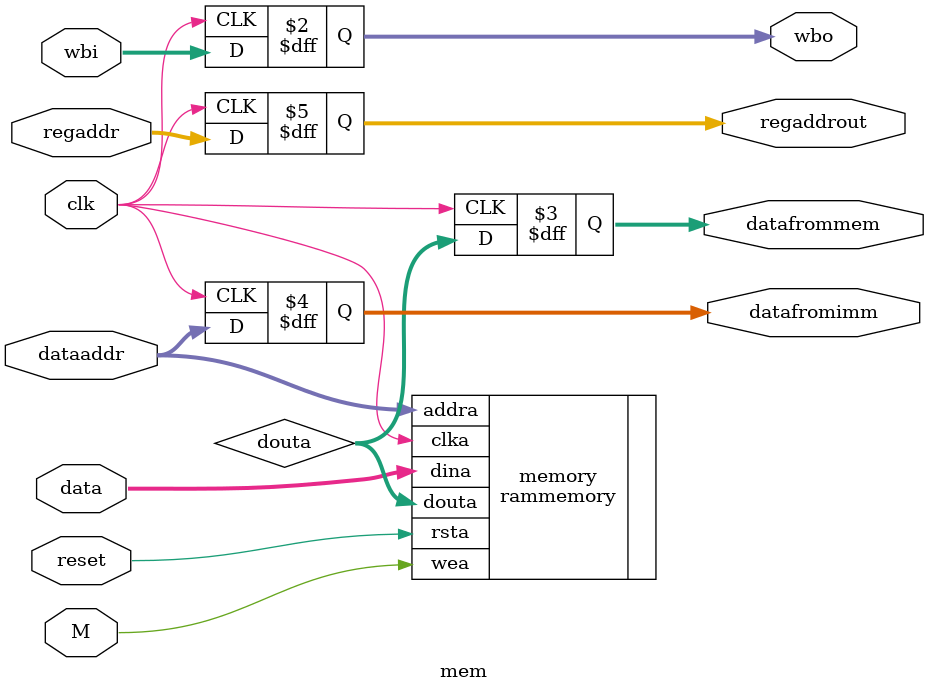
<source format=v>
`timescale 1ns / 1ps
module mem(
	 input clk,
	 input reset,
    input [1:0] wbi,
	 input [4:0] regaddr,
    output reg [1:0] wbo,
    input M,
    input [31:0] data,
    input [31:0] dataaddr,
	 output reg [31:0] datafrommem,
    output reg [31:0] datafromimm,
	 output reg [4:0] regaddrout
    );
	 
	 wire [31:0] douta;
	 
	rammemory memory (
  .clka(clk), // input clka
  .wea(M), // input [0 : 0] wea
  .addra(dataaddr), // input [12 : 0] addra
  .dina(data), // input [31 : 0] dina
  .douta(douta), // output [31 : 0] douta
  .rsta(reset)
);
	 
	 always @ (posedge clk)
	 begin
		wbo = wbi;
		datafromimm = dataaddr;
		datafrommem = douta;
		regaddrout = regaddr;
	 end


endmodule

</source>
